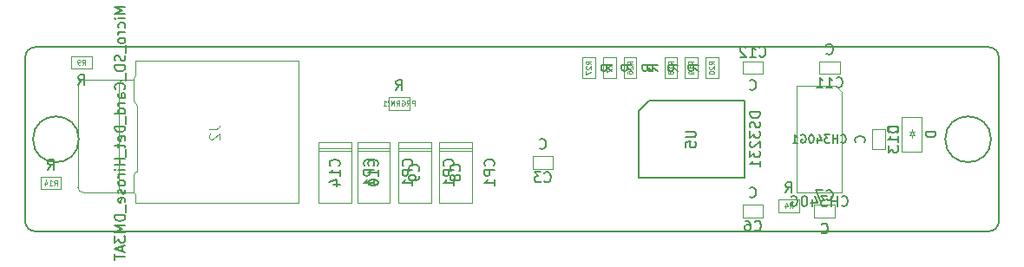
<source format=gbr>
%TF.GenerationSoftware,KiCad,Pcbnew,4.0.7*%
%TF.CreationDate,2018-01-21T21:44:22+02:00*%
%TF.ProjectId,OilMeteo_V2.0,4F696C4D6574656F5F56322E302E6B69,rev?*%
%TF.FileFunction,Other,Fab,Bot*%
%FSLAX46Y46*%
G04 Gerber Fmt 4.6, Leading zero omitted, Abs format (unit mm)*
G04 Created by KiCad (PCBNEW 4.0.7) date 01/21/18 21:44:22*
%MOMM*%
%LPD*%
G01*
G04 APERTURE LIST*
%ADD10C,0.150000*%
%ADD11C,0.100000*%
%ADD12C,0.075000*%
G04 APERTURE END LIST*
D10*
X100000000Y-35000000D02*
X193000000Y-35000000D01*
X99000000Y-52000000D02*
X99000000Y-36000000D01*
X193000000Y-53000000D02*
X100000000Y-53000000D01*
X194000000Y-36000000D02*
X194000000Y-52000000D01*
X194000000Y-36000000D02*
G75*
G03X193000000Y-35000000I-1000000J0D01*
G01*
X193000000Y-53000000D02*
G75*
G03X194000000Y-52000000I0J1000000D01*
G01*
X99000000Y-52000000D02*
G75*
G03X100000000Y-53000000I1000000J0D01*
G01*
X100000000Y-35000000D02*
G75*
G03X99000000Y-36000000I0J-1000000D01*
G01*
X104236068Y-44000000D02*
G75*
G03X104236068Y-44000000I-2236068J0D01*
G01*
X193236068Y-44000000D02*
G75*
G03X193236068Y-44000000I-2236068J0D01*
G01*
D11*
X148500000Y-45630000D02*
X148500000Y-46870000D01*
X150500000Y-45630000D02*
X148500000Y-45630000D01*
X150500000Y-46870000D02*
X150500000Y-45630000D01*
X148500000Y-46870000D02*
X150500000Y-46870000D01*
X169000000Y-50380000D02*
X169000000Y-51620000D01*
X171000000Y-50380000D02*
X169000000Y-50380000D01*
X171000000Y-51620000D02*
X171000000Y-50380000D01*
X169000000Y-51620000D02*
X171000000Y-51620000D01*
X178000000Y-51620000D02*
X178000000Y-50380000D01*
X176000000Y-51620000D02*
X178000000Y-51620000D01*
X176000000Y-50380000D02*
X176000000Y-51620000D01*
X178000000Y-50380000D02*
X176000000Y-50380000D01*
X139400000Y-44250000D02*
X142600000Y-44250000D01*
X142600000Y-44250000D02*
X142600000Y-50250000D01*
X142600000Y-50250000D02*
X139400000Y-50250000D01*
X139400000Y-50250000D02*
X139400000Y-44250000D01*
X139400000Y-44850000D02*
X142600000Y-44850000D01*
X139400000Y-45150000D02*
X142600000Y-45150000D01*
X135400000Y-44250000D02*
X138600000Y-44250000D01*
X138600000Y-44250000D02*
X138600000Y-50250000D01*
X138600000Y-50250000D02*
X135400000Y-50250000D01*
X135400000Y-50250000D02*
X135400000Y-44250000D01*
X135400000Y-44850000D02*
X138600000Y-44850000D01*
X135400000Y-45150000D02*
X138600000Y-45150000D01*
X131400000Y-44250000D02*
X134600000Y-44250000D01*
X134600000Y-44250000D02*
X134600000Y-50250000D01*
X134600000Y-50250000D02*
X131400000Y-50250000D01*
X131400000Y-50250000D02*
X131400000Y-44250000D01*
X131400000Y-44850000D02*
X134600000Y-44850000D01*
X131400000Y-45150000D02*
X134600000Y-45150000D01*
X176500000Y-36380000D02*
X176500000Y-37620000D01*
X178500000Y-36380000D02*
X176500000Y-36380000D01*
X178500000Y-37620000D02*
X178500000Y-36380000D01*
X176500000Y-37620000D02*
X178500000Y-37620000D01*
X171000000Y-37620000D02*
X171000000Y-36380000D01*
X169000000Y-37620000D02*
X171000000Y-37620000D01*
X169000000Y-36380000D02*
X169000000Y-37620000D01*
X171000000Y-36380000D02*
X169000000Y-36380000D01*
X181630000Y-45000000D02*
X182870000Y-45000000D01*
X181630000Y-43000000D02*
X181630000Y-45000000D01*
X182870000Y-43000000D02*
X181630000Y-43000000D01*
X182870000Y-45000000D02*
X182870000Y-43000000D01*
X127650000Y-44250000D02*
X130850000Y-44250000D01*
X130850000Y-44250000D02*
X130850000Y-50250000D01*
X130850000Y-50250000D02*
X127650000Y-50250000D01*
X127650000Y-50250000D02*
X127650000Y-44250000D01*
X127650000Y-44850000D02*
X130850000Y-44850000D01*
X127650000Y-45150000D02*
X130850000Y-45150000D01*
X178700000Y-39400000D02*
X178100000Y-38800000D01*
X178100000Y-38800000D02*
X174300000Y-38800000D01*
X174300000Y-38800000D02*
X174300000Y-49200000D01*
X174300000Y-49200000D02*
X178700000Y-49200000D01*
X178700000Y-49200000D02*
X178700000Y-39400000D01*
X185246000Y-43246000D02*
X185754000Y-43246000D01*
X185500000Y-43627000D02*
X185500000Y-43881000D01*
X185500000Y-43246000D02*
X185500000Y-42992000D01*
X185754000Y-43627000D02*
X185500000Y-43246000D01*
X185246000Y-43627000D02*
X185754000Y-43627000D01*
X185500000Y-43246000D02*
X185246000Y-43627000D01*
X186450000Y-41800000D02*
X184550000Y-41800000D01*
X186450000Y-45200000D02*
X186450000Y-41800000D01*
X184550000Y-45200000D02*
X186450000Y-45200000D01*
X184550000Y-41800000D02*
X184550000Y-45200000D01*
X109750000Y-47190000D02*
X109900000Y-47190000D01*
X109750000Y-49390000D02*
X109750000Y-50200000D01*
X109750000Y-37790000D02*
X109750000Y-36350000D01*
X109550000Y-47390000D02*
X109550000Y-49190000D01*
X109750000Y-47190000D02*
X109550000Y-47390000D01*
X109550000Y-49190000D02*
X109750000Y-49390000D01*
X109550000Y-40240000D02*
X109900000Y-40765000D01*
X109550000Y-37990000D02*
X109750000Y-37790000D01*
X109550000Y-37990000D02*
X109550000Y-40240000D01*
X109750000Y-50200000D02*
X125700000Y-50200000D01*
X109750000Y-36350000D02*
X125700000Y-36350000D01*
X125700000Y-36350000D02*
X125700000Y-50200000D01*
X109900000Y-40765000D02*
X109900000Y-47190000D01*
X108150000Y-38700000D02*
G75*
G02X108650000Y-38200000I500000J0D01*
G01*
X108650000Y-49200000D02*
G75*
G02X108150000Y-48700000I0J500000D01*
G01*
X108150000Y-48700000D02*
X108150000Y-38700000D01*
X104150000Y-48700000D02*
X104150000Y-38700000D01*
X104150000Y-38700000D02*
G75*
G02X104650000Y-38200000I500000J0D01*
G01*
X104650000Y-49200000D02*
G75*
G02X104150000Y-48700000I0J500000D01*
G01*
X104650000Y-38200000D02*
X109550000Y-38200000D01*
X109550000Y-49200000D02*
X104650000Y-49200000D01*
X134500000Y-39880000D02*
X134500000Y-41120000D01*
X136500000Y-39880000D02*
X134500000Y-39880000D01*
X136500000Y-41120000D02*
X136500000Y-39880000D01*
X134500000Y-41120000D02*
X136500000Y-41120000D01*
X172500000Y-49880000D02*
X172500000Y-51120000D01*
X174500000Y-49880000D02*
X172500000Y-49880000D01*
X174500000Y-51120000D02*
X174500000Y-49880000D01*
X172500000Y-51120000D02*
X174500000Y-51120000D01*
X156620000Y-36000000D02*
X155380000Y-36000000D01*
X156620000Y-38000000D02*
X156620000Y-36000000D01*
X155380000Y-38000000D02*
X156620000Y-38000000D01*
X155380000Y-36000000D02*
X155380000Y-38000000D01*
X105500000Y-37120000D02*
X105500000Y-35880000D01*
X103500000Y-37120000D02*
X105500000Y-37120000D01*
X103500000Y-35880000D02*
X103500000Y-37120000D01*
X105500000Y-35880000D02*
X103500000Y-35880000D01*
X100500000Y-47630000D02*
X100500000Y-48870000D01*
X102500000Y-47630000D02*
X100500000Y-47630000D01*
X102500000Y-48870000D02*
X102500000Y-47630000D01*
X100500000Y-48870000D02*
X102500000Y-48870000D01*
X161378660Y-38000180D02*
X162618660Y-38000180D01*
X161378660Y-36000180D02*
X161378660Y-38000180D01*
X162618660Y-36000180D02*
X161378660Y-36000180D01*
X162618660Y-38000180D02*
X162618660Y-36000180D01*
X163377640Y-38000180D02*
X164617640Y-38000180D01*
X163377640Y-36000180D02*
X163377640Y-38000180D01*
X164617640Y-36000180D02*
X163377640Y-36000180D01*
X164617640Y-38000180D02*
X164617640Y-36000180D01*
X165380000Y-38000000D02*
X166620000Y-38000000D01*
X165380000Y-36000000D02*
X165380000Y-38000000D01*
X166620000Y-36000000D02*
X165380000Y-36000000D01*
X166620000Y-38000000D02*
X166620000Y-36000000D01*
X158620000Y-36000000D02*
X157380000Y-36000000D01*
X158620000Y-38000000D02*
X158620000Y-36000000D01*
X157380000Y-38000000D02*
X158620000Y-38000000D01*
X157380000Y-36000000D02*
X157380000Y-38000000D01*
X154620000Y-36000000D02*
X153380000Y-36000000D01*
X154620000Y-38000000D02*
X154620000Y-36000000D01*
X153380000Y-38000000D02*
X154620000Y-38000000D01*
X153380000Y-36000000D02*
X153380000Y-38000000D01*
D10*
X158850000Y-41250000D02*
X158850000Y-47750000D01*
X158850000Y-47750000D02*
X169150000Y-47750000D01*
X169150000Y-47750000D02*
X169150000Y-40250000D01*
X169150000Y-40250000D02*
X159850000Y-40250000D01*
X159850000Y-40250000D02*
X158850000Y-41250000D01*
X149190476Y-44857143D02*
X149238095Y-44904762D01*
X149380952Y-44952381D01*
X149476190Y-44952381D01*
X149619048Y-44904762D01*
X149714286Y-44809524D01*
X149761905Y-44714286D01*
X149809524Y-44523810D01*
X149809524Y-44380952D01*
X149761905Y-44190476D01*
X149714286Y-44095238D01*
X149619048Y-44000000D01*
X149476190Y-43952381D01*
X149380952Y-43952381D01*
X149238095Y-44000000D01*
X149190476Y-44047619D01*
X149666666Y-48107143D02*
X149714285Y-48154762D01*
X149857142Y-48202381D01*
X149952380Y-48202381D01*
X150095238Y-48154762D01*
X150190476Y-48059524D01*
X150238095Y-47964286D01*
X150285714Y-47773810D01*
X150285714Y-47630952D01*
X150238095Y-47440476D01*
X150190476Y-47345238D01*
X150095238Y-47250000D01*
X149952380Y-47202381D01*
X149857142Y-47202381D01*
X149714285Y-47250000D01*
X149666666Y-47297619D01*
X149333333Y-47202381D02*
X148714285Y-47202381D01*
X149047619Y-47583333D01*
X148904761Y-47583333D01*
X148809523Y-47630952D01*
X148761904Y-47678571D01*
X148714285Y-47773810D01*
X148714285Y-48011905D01*
X148761904Y-48107143D01*
X148809523Y-48154762D01*
X148904761Y-48202381D01*
X149190476Y-48202381D01*
X149285714Y-48154762D01*
X149333333Y-48107143D01*
X169690476Y-49607143D02*
X169738095Y-49654762D01*
X169880952Y-49702381D01*
X169976190Y-49702381D01*
X170119048Y-49654762D01*
X170214286Y-49559524D01*
X170261905Y-49464286D01*
X170309524Y-49273810D01*
X170309524Y-49130952D01*
X170261905Y-48940476D01*
X170214286Y-48845238D01*
X170119048Y-48750000D01*
X169976190Y-48702381D01*
X169880952Y-48702381D01*
X169738095Y-48750000D01*
X169690476Y-48797619D01*
X170166666Y-52857143D02*
X170214285Y-52904762D01*
X170357142Y-52952381D01*
X170452380Y-52952381D01*
X170595238Y-52904762D01*
X170690476Y-52809524D01*
X170738095Y-52714286D01*
X170785714Y-52523810D01*
X170785714Y-52380952D01*
X170738095Y-52190476D01*
X170690476Y-52095238D01*
X170595238Y-52000000D01*
X170452380Y-51952381D01*
X170357142Y-51952381D01*
X170214285Y-52000000D01*
X170166666Y-52047619D01*
X169309523Y-51952381D02*
X169500000Y-51952381D01*
X169595238Y-52000000D01*
X169642857Y-52047619D01*
X169738095Y-52190476D01*
X169785714Y-52380952D01*
X169785714Y-52761905D01*
X169738095Y-52857143D01*
X169690476Y-52904762D01*
X169595238Y-52952381D01*
X169404761Y-52952381D01*
X169309523Y-52904762D01*
X169261904Y-52857143D01*
X169214285Y-52761905D01*
X169214285Y-52523810D01*
X169261904Y-52428571D01*
X169309523Y-52380952D01*
X169404761Y-52333333D01*
X169595238Y-52333333D01*
X169690476Y-52380952D01*
X169738095Y-52428571D01*
X169785714Y-52523810D01*
X176690476Y-53107143D02*
X176738095Y-53154762D01*
X176880952Y-53202381D01*
X176976190Y-53202381D01*
X177119048Y-53154762D01*
X177214286Y-53059524D01*
X177261905Y-52964286D01*
X177309524Y-52773810D01*
X177309524Y-52630952D01*
X177261905Y-52440476D01*
X177214286Y-52345238D01*
X177119048Y-52250000D01*
X176976190Y-52202381D01*
X176880952Y-52202381D01*
X176738095Y-52250000D01*
X176690476Y-52297619D01*
X177166666Y-49857143D02*
X177214285Y-49904762D01*
X177357142Y-49952381D01*
X177452380Y-49952381D01*
X177595238Y-49904762D01*
X177690476Y-49809524D01*
X177738095Y-49714286D01*
X177785714Y-49523810D01*
X177785714Y-49380952D01*
X177738095Y-49190476D01*
X177690476Y-49095238D01*
X177595238Y-49000000D01*
X177452380Y-48952381D01*
X177357142Y-48952381D01*
X177214285Y-49000000D01*
X177166666Y-49047619D01*
X176833333Y-48952381D02*
X176166666Y-48952381D01*
X176595238Y-49952381D01*
X144707143Y-46583334D02*
X144754762Y-46535715D01*
X144802381Y-46392858D01*
X144802381Y-46297620D01*
X144754762Y-46154762D01*
X144659524Y-46059524D01*
X144564286Y-46011905D01*
X144373810Y-45964286D01*
X144230952Y-45964286D01*
X144040476Y-46011905D01*
X143945238Y-46059524D01*
X143850000Y-46154762D01*
X143802381Y-46297620D01*
X143802381Y-46392858D01*
X143850000Y-46535715D01*
X143897619Y-46583334D01*
X144802381Y-47011905D02*
X143802381Y-47011905D01*
X143802381Y-47392858D01*
X143850000Y-47488096D01*
X143897619Y-47535715D01*
X143992857Y-47583334D01*
X144135714Y-47583334D01*
X144230952Y-47535715D01*
X144278571Y-47488096D01*
X144326190Y-47392858D01*
X144326190Y-47011905D01*
X144802381Y-48535715D02*
X144802381Y-47964286D01*
X144802381Y-48250000D02*
X143802381Y-48250000D01*
X143945238Y-48154762D01*
X144040476Y-48059524D01*
X144088095Y-47964286D01*
X141357143Y-47083334D02*
X141404762Y-47035715D01*
X141452381Y-46892858D01*
X141452381Y-46797620D01*
X141404762Y-46654762D01*
X141309524Y-46559524D01*
X141214286Y-46511905D01*
X141023810Y-46464286D01*
X140880952Y-46464286D01*
X140690476Y-46511905D01*
X140595238Y-46559524D01*
X140500000Y-46654762D01*
X140452381Y-46797620D01*
X140452381Y-46892858D01*
X140500000Y-47035715D01*
X140547619Y-47083334D01*
X140880952Y-47654762D02*
X140833333Y-47559524D01*
X140785714Y-47511905D01*
X140690476Y-47464286D01*
X140642857Y-47464286D01*
X140547619Y-47511905D01*
X140500000Y-47559524D01*
X140452381Y-47654762D01*
X140452381Y-47845239D01*
X140500000Y-47940477D01*
X140547619Y-47988096D01*
X140642857Y-48035715D01*
X140690476Y-48035715D01*
X140785714Y-47988096D01*
X140833333Y-47940477D01*
X140880952Y-47845239D01*
X140880952Y-47654762D01*
X140928571Y-47559524D01*
X140976190Y-47511905D01*
X141071429Y-47464286D01*
X141261905Y-47464286D01*
X141357143Y-47511905D01*
X141404762Y-47559524D01*
X141452381Y-47654762D01*
X141452381Y-47845239D01*
X141404762Y-47940477D01*
X141357143Y-47988096D01*
X141261905Y-48035715D01*
X141071429Y-48035715D01*
X140976190Y-47988096D01*
X140928571Y-47940477D01*
X140880952Y-47845239D01*
X140707143Y-46583334D02*
X140754762Y-46535715D01*
X140802381Y-46392858D01*
X140802381Y-46297620D01*
X140754762Y-46154762D01*
X140659524Y-46059524D01*
X140564286Y-46011905D01*
X140373810Y-45964286D01*
X140230952Y-45964286D01*
X140040476Y-46011905D01*
X139945238Y-46059524D01*
X139850000Y-46154762D01*
X139802381Y-46297620D01*
X139802381Y-46392858D01*
X139850000Y-46535715D01*
X139897619Y-46583334D01*
X140802381Y-47011905D02*
X139802381Y-47011905D01*
X139802381Y-47392858D01*
X139850000Y-47488096D01*
X139897619Y-47535715D01*
X139992857Y-47583334D01*
X140135714Y-47583334D01*
X140230952Y-47535715D01*
X140278571Y-47488096D01*
X140326190Y-47392858D01*
X140326190Y-47011905D01*
X140802381Y-48535715D02*
X140802381Y-47964286D01*
X140802381Y-48250000D02*
X139802381Y-48250000D01*
X139945238Y-48154762D01*
X140040476Y-48059524D01*
X140088095Y-47964286D01*
X137357143Y-47083334D02*
X137404762Y-47035715D01*
X137452381Y-46892858D01*
X137452381Y-46797620D01*
X137404762Y-46654762D01*
X137309524Y-46559524D01*
X137214286Y-46511905D01*
X137023810Y-46464286D01*
X136880952Y-46464286D01*
X136690476Y-46511905D01*
X136595238Y-46559524D01*
X136500000Y-46654762D01*
X136452381Y-46797620D01*
X136452381Y-46892858D01*
X136500000Y-47035715D01*
X136547619Y-47083334D01*
X137452381Y-47559524D02*
X137452381Y-47750000D01*
X137404762Y-47845239D01*
X137357143Y-47892858D01*
X137214286Y-47988096D01*
X137023810Y-48035715D01*
X136642857Y-48035715D01*
X136547619Y-47988096D01*
X136500000Y-47940477D01*
X136452381Y-47845239D01*
X136452381Y-47654762D01*
X136500000Y-47559524D01*
X136547619Y-47511905D01*
X136642857Y-47464286D01*
X136880952Y-47464286D01*
X136976190Y-47511905D01*
X137023810Y-47559524D01*
X137071429Y-47654762D01*
X137071429Y-47845239D01*
X137023810Y-47940477D01*
X136976190Y-47988096D01*
X136880952Y-48035715D01*
X136707143Y-46583334D02*
X136754762Y-46535715D01*
X136802381Y-46392858D01*
X136802381Y-46297620D01*
X136754762Y-46154762D01*
X136659524Y-46059524D01*
X136564286Y-46011905D01*
X136373810Y-45964286D01*
X136230952Y-45964286D01*
X136040476Y-46011905D01*
X135945238Y-46059524D01*
X135850000Y-46154762D01*
X135802381Y-46297620D01*
X135802381Y-46392858D01*
X135850000Y-46535715D01*
X135897619Y-46583334D01*
X136802381Y-47011905D02*
X135802381Y-47011905D01*
X135802381Y-47392858D01*
X135850000Y-47488096D01*
X135897619Y-47535715D01*
X135992857Y-47583334D01*
X136135714Y-47583334D01*
X136230952Y-47535715D01*
X136278571Y-47488096D01*
X136326190Y-47392858D01*
X136326190Y-47011905D01*
X136802381Y-48535715D02*
X136802381Y-47964286D01*
X136802381Y-48250000D02*
X135802381Y-48250000D01*
X135945238Y-48154762D01*
X136040476Y-48059524D01*
X136088095Y-47964286D01*
X133357143Y-46607143D02*
X133404762Y-46559524D01*
X133452381Y-46416667D01*
X133452381Y-46321429D01*
X133404762Y-46178571D01*
X133309524Y-46083333D01*
X133214286Y-46035714D01*
X133023810Y-45988095D01*
X132880952Y-45988095D01*
X132690476Y-46035714D01*
X132595238Y-46083333D01*
X132500000Y-46178571D01*
X132452381Y-46321429D01*
X132452381Y-46416667D01*
X132500000Y-46559524D01*
X132547619Y-46607143D01*
X133452381Y-47559524D02*
X133452381Y-46988095D01*
X133452381Y-47273809D02*
X132452381Y-47273809D01*
X132595238Y-47178571D01*
X132690476Y-47083333D01*
X132738095Y-46988095D01*
X132452381Y-48178571D02*
X132452381Y-48273810D01*
X132500000Y-48369048D01*
X132547619Y-48416667D01*
X132642857Y-48464286D01*
X132833333Y-48511905D01*
X133071429Y-48511905D01*
X133261905Y-48464286D01*
X133357143Y-48416667D01*
X133404762Y-48369048D01*
X133452381Y-48273810D01*
X133452381Y-48178571D01*
X133404762Y-48083333D01*
X133357143Y-48035714D01*
X133261905Y-47988095D01*
X133071429Y-47940476D01*
X132833333Y-47940476D01*
X132642857Y-47988095D01*
X132547619Y-48035714D01*
X132500000Y-48083333D01*
X132452381Y-48178571D01*
X177190476Y-35607143D02*
X177238095Y-35654762D01*
X177380952Y-35702381D01*
X177476190Y-35702381D01*
X177619048Y-35654762D01*
X177714286Y-35559524D01*
X177761905Y-35464286D01*
X177809524Y-35273810D01*
X177809524Y-35130952D01*
X177761905Y-34940476D01*
X177714286Y-34845238D01*
X177619048Y-34750000D01*
X177476190Y-34702381D01*
X177380952Y-34702381D01*
X177238095Y-34750000D01*
X177190476Y-34797619D01*
X178142857Y-38857143D02*
X178190476Y-38904762D01*
X178333333Y-38952381D01*
X178428571Y-38952381D01*
X178571429Y-38904762D01*
X178666667Y-38809524D01*
X178714286Y-38714286D01*
X178761905Y-38523810D01*
X178761905Y-38380952D01*
X178714286Y-38190476D01*
X178666667Y-38095238D01*
X178571429Y-38000000D01*
X178428571Y-37952381D01*
X178333333Y-37952381D01*
X178190476Y-38000000D01*
X178142857Y-38047619D01*
X177190476Y-38952381D02*
X177761905Y-38952381D01*
X177476191Y-38952381D02*
X177476191Y-37952381D01*
X177571429Y-38095238D01*
X177666667Y-38190476D01*
X177761905Y-38238095D01*
X176238095Y-38952381D02*
X176809524Y-38952381D01*
X176523810Y-38952381D02*
X176523810Y-37952381D01*
X176619048Y-38095238D01*
X176714286Y-38190476D01*
X176809524Y-38238095D01*
X169690476Y-39107143D02*
X169738095Y-39154762D01*
X169880952Y-39202381D01*
X169976190Y-39202381D01*
X170119048Y-39154762D01*
X170214286Y-39059524D01*
X170261905Y-38964286D01*
X170309524Y-38773810D01*
X170309524Y-38630952D01*
X170261905Y-38440476D01*
X170214286Y-38345238D01*
X170119048Y-38250000D01*
X169976190Y-38202381D01*
X169880952Y-38202381D01*
X169738095Y-38250000D01*
X169690476Y-38297619D01*
X170642857Y-35857143D02*
X170690476Y-35904762D01*
X170833333Y-35952381D01*
X170928571Y-35952381D01*
X171071429Y-35904762D01*
X171166667Y-35809524D01*
X171214286Y-35714286D01*
X171261905Y-35523810D01*
X171261905Y-35380952D01*
X171214286Y-35190476D01*
X171166667Y-35095238D01*
X171071429Y-35000000D01*
X170928571Y-34952381D01*
X170833333Y-34952381D01*
X170690476Y-35000000D01*
X170642857Y-35047619D01*
X169690476Y-35952381D02*
X170261905Y-35952381D01*
X169976191Y-35952381D02*
X169976191Y-34952381D01*
X170071429Y-35095238D01*
X170166667Y-35190476D01*
X170261905Y-35238095D01*
X169309524Y-35047619D02*
X169261905Y-35000000D01*
X169166667Y-34952381D01*
X168928571Y-34952381D01*
X168833333Y-35000000D01*
X168785714Y-35047619D01*
X168738095Y-35142857D01*
X168738095Y-35238095D01*
X168785714Y-35380952D01*
X169357143Y-35952381D01*
X168738095Y-35952381D01*
X180857143Y-44309524D02*
X180904762Y-44261905D01*
X180952381Y-44119048D01*
X180952381Y-44023810D01*
X180904762Y-43880952D01*
X180809524Y-43785714D01*
X180714286Y-43738095D01*
X180523810Y-43690476D01*
X180380952Y-43690476D01*
X180190476Y-43738095D01*
X180095238Y-43785714D01*
X180000000Y-43880952D01*
X179952381Y-44023810D01*
X179952381Y-44119048D01*
X180000000Y-44261905D01*
X180047619Y-44309524D01*
X184107143Y-43357143D02*
X184154762Y-43309524D01*
X184202381Y-43166667D01*
X184202381Y-43071429D01*
X184154762Y-42928571D01*
X184059524Y-42833333D01*
X183964286Y-42785714D01*
X183773810Y-42738095D01*
X183630952Y-42738095D01*
X183440476Y-42785714D01*
X183345238Y-42833333D01*
X183250000Y-42928571D01*
X183202381Y-43071429D01*
X183202381Y-43166667D01*
X183250000Y-43309524D01*
X183297619Y-43357143D01*
X184202381Y-44309524D02*
X184202381Y-43738095D01*
X184202381Y-44023809D02*
X183202381Y-44023809D01*
X183345238Y-43928571D01*
X183440476Y-43833333D01*
X183488095Y-43738095D01*
X183202381Y-44642857D02*
X183202381Y-45261905D01*
X183583333Y-44928571D01*
X183583333Y-45071429D01*
X183630952Y-45166667D01*
X183678571Y-45214286D01*
X183773810Y-45261905D01*
X184011905Y-45261905D01*
X184107143Y-45214286D01*
X184154762Y-45166667D01*
X184202381Y-45071429D01*
X184202381Y-44785714D01*
X184154762Y-44690476D01*
X184107143Y-44642857D01*
X132957143Y-46583334D02*
X133004762Y-46535715D01*
X133052381Y-46392858D01*
X133052381Y-46297620D01*
X133004762Y-46154762D01*
X132909524Y-46059524D01*
X132814286Y-46011905D01*
X132623810Y-45964286D01*
X132480952Y-45964286D01*
X132290476Y-46011905D01*
X132195238Y-46059524D01*
X132100000Y-46154762D01*
X132052381Y-46297620D01*
X132052381Y-46392858D01*
X132100000Y-46535715D01*
X132147619Y-46583334D01*
X133052381Y-47011905D02*
X132052381Y-47011905D01*
X132052381Y-47392858D01*
X132100000Y-47488096D01*
X132147619Y-47535715D01*
X132242857Y-47583334D01*
X132385714Y-47583334D01*
X132480952Y-47535715D01*
X132528571Y-47488096D01*
X132576190Y-47392858D01*
X132576190Y-47011905D01*
X133052381Y-48535715D02*
X133052381Y-47964286D01*
X133052381Y-48250000D02*
X132052381Y-48250000D01*
X132195238Y-48154762D01*
X132290476Y-48059524D01*
X132338095Y-47964286D01*
X129607143Y-46607143D02*
X129654762Y-46559524D01*
X129702381Y-46416667D01*
X129702381Y-46321429D01*
X129654762Y-46178571D01*
X129559524Y-46083333D01*
X129464286Y-46035714D01*
X129273810Y-45988095D01*
X129130952Y-45988095D01*
X128940476Y-46035714D01*
X128845238Y-46083333D01*
X128750000Y-46178571D01*
X128702381Y-46321429D01*
X128702381Y-46416667D01*
X128750000Y-46559524D01*
X128797619Y-46607143D01*
X129702381Y-47559524D02*
X129702381Y-46988095D01*
X129702381Y-47273809D02*
X128702381Y-47273809D01*
X128845238Y-47178571D01*
X128940476Y-47083333D01*
X128988095Y-46988095D01*
X129035714Y-48416667D02*
X129702381Y-48416667D01*
X128654762Y-48178571D02*
X129369048Y-47940476D01*
X129369048Y-48559524D01*
X178642857Y-50457143D02*
X178690476Y-50504762D01*
X178833333Y-50552381D01*
X178928571Y-50552381D01*
X179071429Y-50504762D01*
X179166667Y-50409524D01*
X179214286Y-50314286D01*
X179261905Y-50123810D01*
X179261905Y-49980952D01*
X179214286Y-49790476D01*
X179166667Y-49695238D01*
X179071429Y-49600000D01*
X178928571Y-49552381D01*
X178833333Y-49552381D01*
X178690476Y-49600000D01*
X178642857Y-49647619D01*
X178214286Y-50552381D02*
X178214286Y-49552381D01*
X178214286Y-50028571D02*
X177642857Y-50028571D01*
X177642857Y-50552381D02*
X177642857Y-49552381D01*
X177261905Y-49552381D02*
X176642857Y-49552381D01*
X176976191Y-49933333D01*
X176833333Y-49933333D01*
X176738095Y-49980952D01*
X176690476Y-50028571D01*
X176642857Y-50123810D01*
X176642857Y-50361905D01*
X176690476Y-50457143D01*
X176738095Y-50504762D01*
X176833333Y-50552381D01*
X177119048Y-50552381D01*
X177214286Y-50504762D01*
X177261905Y-50457143D01*
X175785714Y-49885714D02*
X175785714Y-50552381D01*
X176023810Y-49504762D02*
X176261905Y-50219048D01*
X175642857Y-50219048D01*
X175071429Y-49552381D02*
X174976190Y-49552381D01*
X174880952Y-49600000D01*
X174833333Y-49647619D01*
X174785714Y-49742857D01*
X174738095Y-49933333D01*
X174738095Y-50171429D01*
X174785714Y-50361905D01*
X174833333Y-50457143D01*
X174880952Y-50504762D01*
X174976190Y-50552381D01*
X175071429Y-50552381D01*
X175166667Y-50504762D01*
X175214286Y-50457143D01*
X175261905Y-50361905D01*
X175309524Y-50171429D01*
X175309524Y-49933333D01*
X175261905Y-49742857D01*
X175214286Y-49647619D01*
X175166667Y-49600000D01*
X175071429Y-49552381D01*
X173785714Y-49600000D02*
X173880952Y-49552381D01*
X174023809Y-49552381D01*
X174166667Y-49600000D01*
X174261905Y-49695238D01*
X174309524Y-49790476D01*
X174357143Y-49980952D01*
X174357143Y-50123810D01*
X174309524Y-50314286D01*
X174261905Y-50409524D01*
X174166667Y-50504762D01*
X174023809Y-50552381D01*
X173928571Y-50552381D01*
X173785714Y-50504762D01*
X173738095Y-50457143D01*
X173738095Y-50123810D01*
X173928571Y-50123810D01*
X178595238Y-44285714D02*
X178633333Y-44323810D01*
X178747619Y-44361905D01*
X178823809Y-44361905D01*
X178938095Y-44323810D01*
X179014286Y-44247619D01*
X179052381Y-44171429D01*
X179090476Y-44019048D01*
X179090476Y-43904762D01*
X179052381Y-43752381D01*
X179014286Y-43676190D01*
X178938095Y-43600000D01*
X178823809Y-43561905D01*
X178747619Y-43561905D01*
X178633333Y-43600000D01*
X178595238Y-43638095D01*
X178252381Y-44361905D02*
X178252381Y-43561905D01*
X178252381Y-43942857D02*
X177795238Y-43942857D01*
X177795238Y-44361905D02*
X177795238Y-43561905D01*
X177490476Y-43561905D02*
X176995238Y-43561905D01*
X177261905Y-43866667D01*
X177147619Y-43866667D01*
X177071429Y-43904762D01*
X177033333Y-43942857D01*
X176995238Y-44019048D01*
X176995238Y-44209524D01*
X177033333Y-44285714D01*
X177071429Y-44323810D01*
X177147619Y-44361905D01*
X177376191Y-44361905D01*
X177452381Y-44323810D01*
X177490476Y-44285714D01*
X176309524Y-43828571D02*
X176309524Y-44361905D01*
X176500000Y-43523810D02*
X176690476Y-44095238D01*
X176195238Y-44095238D01*
X175738095Y-43561905D02*
X175661904Y-43561905D01*
X175585714Y-43600000D01*
X175547619Y-43638095D01*
X175509523Y-43714286D01*
X175471428Y-43866667D01*
X175471428Y-44057143D01*
X175509523Y-44209524D01*
X175547619Y-44285714D01*
X175585714Y-44323810D01*
X175661904Y-44361905D01*
X175738095Y-44361905D01*
X175814285Y-44323810D01*
X175852381Y-44285714D01*
X175890476Y-44209524D01*
X175928571Y-44057143D01*
X175928571Y-43866667D01*
X175890476Y-43714286D01*
X175852381Y-43638095D01*
X175814285Y-43600000D01*
X175738095Y-43561905D01*
X174709523Y-43600000D02*
X174785714Y-43561905D01*
X174899999Y-43561905D01*
X175014285Y-43600000D01*
X175090476Y-43676190D01*
X175128571Y-43752381D01*
X175166666Y-43904762D01*
X175166666Y-44019048D01*
X175128571Y-44171429D01*
X175090476Y-44247619D01*
X175014285Y-44323810D01*
X174899999Y-44361905D01*
X174823809Y-44361905D01*
X174709523Y-44323810D01*
X174671428Y-44285714D01*
X174671428Y-44019048D01*
X174823809Y-44019048D01*
X173909523Y-44361905D02*
X174366666Y-44361905D01*
X174138095Y-44361905D02*
X174138095Y-43561905D01*
X174214285Y-43676190D01*
X174290476Y-43752381D01*
X174366666Y-43790476D01*
X187852381Y-43238095D02*
X186852381Y-43238095D01*
X186852381Y-43476190D01*
X186900000Y-43619048D01*
X186995238Y-43714286D01*
X187090476Y-43761905D01*
X187280952Y-43809524D01*
X187423810Y-43809524D01*
X187614286Y-43761905D01*
X187709524Y-43714286D01*
X187804762Y-43619048D01*
X187852381Y-43476190D01*
X187852381Y-43238095D01*
X184152381Y-42761905D02*
X183152381Y-42761905D01*
X183152381Y-43000000D01*
X183200000Y-43142858D01*
X183295238Y-43238096D01*
X183390476Y-43285715D01*
X183580952Y-43333334D01*
X183723810Y-43333334D01*
X183914286Y-43285715D01*
X184009524Y-43238096D01*
X184104762Y-43142858D01*
X184152381Y-43000000D01*
X184152381Y-42761905D01*
X184152381Y-44285715D02*
X184152381Y-43714286D01*
X184152381Y-44000000D02*
X183152381Y-44000000D01*
X183295238Y-43904762D01*
X183390476Y-43809524D01*
X183438095Y-43714286D01*
X108752381Y-31064284D02*
X107752381Y-31064284D01*
X108466667Y-31397618D01*
X107752381Y-31730951D01*
X108752381Y-31730951D01*
X108752381Y-32207141D02*
X108085714Y-32207141D01*
X107752381Y-32207141D02*
X107800000Y-32159522D01*
X107847619Y-32207141D01*
X107800000Y-32254760D01*
X107752381Y-32207141D01*
X107847619Y-32207141D01*
X108704762Y-33111903D02*
X108752381Y-33016665D01*
X108752381Y-32826188D01*
X108704762Y-32730950D01*
X108657143Y-32683331D01*
X108561905Y-32635712D01*
X108276190Y-32635712D01*
X108180952Y-32683331D01*
X108133333Y-32730950D01*
X108085714Y-32826188D01*
X108085714Y-33016665D01*
X108133333Y-33111903D01*
X108752381Y-33540474D02*
X108085714Y-33540474D01*
X108276190Y-33540474D02*
X108180952Y-33588093D01*
X108133333Y-33635712D01*
X108085714Y-33730950D01*
X108085714Y-33826189D01*
X108752381Y-34302379D02*
X108704762Y-34207141D01*
X108657143Y-34159522D01*
X108561905Y-34111903D01*
X108276190Y-34111903D01*
X108180952Y-34159522D01*
X108133333Y-34207141D01*
X108085714Y-34302379D01*
X108085714Y-34445237D01*
X108133333Y-34540475D01*
X108180952Y-34588094D01*
X108276190Y-34635713D01*
X108561905Y-34635713D01*
X108657143Y-34588094D01*
X108704762Y-34540475D01*
X108752381Y-34445237D01*
X108752381Y-34302379D01*
X108847619Y-34826189D02*
X108847619Y-35588094D01*
X108704762Y-35778570D02*
X108752381Y-35921427D01*
X108752381Y-36159523D01*
X108704762Y-36254761D01*
X108657143Y-36302380D01*
X108561905Y-36349999D01*
X108466667Y-36349999D01*
X108371429Y-36302380D01*
X108323810Y-36254761D01*
X108276190Y-36159523D01*
X108228571Y-35969046D01*
X108180952Y-35873808D01*
X108133333Y-35826189D01*
X108038095Y-35778570D01*
X107942857Y-35778570D01*
X107847619Y-35826189D01*
X107800000Y-35873808D01*
X107752381Y-35969046D01*
X107752381Y-36207142D01*
X107800000Y-36349999D01*
X108752381Y-36778570D02*
X107752381Y-36778570D01*
X107752381Y-37016665D01*
X107800000Y-37159523D01*
X107895238Y-37254761D01*
X107990476Y-37302380D01*
X108180952Y-37349999D01*
X108323810Y-37349999D01*
X108514286Y-37302380D01*
X108609524Y-37254761D01*
X108704762Y-37159523D01*
X108752381Y-37016665D01*
X108752381Y-36778570D01*
X108847619Y-37540475D02*
X108847619Y-38302380D01*
X108657143Y-39111904D02*
X108704762Y-39064285D01*
X108752381Y-38921428D01*
X108752381Y-38826190D01*
X108704762Y-38683332D01*
X108609524Y-38588094D01*
X108514286Y-38540475D01*
X108323810Y-38492856D01*
X108180952Y-38492856D01*
X107990476Y-38540475D01*
X107895238Y-38588094D01*
X107800000Y-38683332D01*
X107752381Y-38826190D01*
X107752381Y-38921428D01*
X107800000Y-39064285D01*
X107847619Y-39111904D01*
X108752381Y-39969047D02*
X108228571Y-39969047D01*
X108133333Y-39921428D01*
X108085714Y-39826190D01*
X108085714Y-39635713D01*
X108133333Y-39540475D01*
X108704762Y-39969047D02*
X108752381Y-39873809D01*
X108752381Y-39635713D01*
X108704762Y-39540475D01*
X108609524Y-39492856D01*
X108514286Y-39492856D01*
X108419048Y-39540475D01*
X108371429Y-39635713D01*
X108371429Y-39873809D01*
X108323810Y-39969047D01*
X108752381Y-40445237D02*
X108085714Y-40445237D01*
X108276190Y-40445237D02*
X108180952Y-40492856D01*
X108133333Y-40540475D01*
X108085714Y-40635713D01*
X108085714Y-40730952D01*
X108752381Y-41492857D02*
X107752381Y-41492857D01*
X108704762Y-41492857D02*
X108752381Y-41397619D01*
X108752381Y-41207142D01*
X108704762Y-41111904D01*
X108657143Y-41064285D01*
X108561905Y-41016666D01*
X108276190Y-41016666D01*
X108180952Y-41064285D01*
X108133333Y-41111904D01*
X108085714Y-41207142D01*
X108085714Y-41397619D01*
X108133333Y-41492857D01*
X108847619Y-41730952D02*
X108847619Y-42492857D01*
X108752381Y-42730952D02*
X107752381Y-42730952D01*
X107752381Y-42969047D01*
X107800000Y-43111905D01*
X107895238Y-43207143D01*
X107990476Y-43254762D01*
X108180952Y-43302381D01*
X108323810Y-43302381D01*
X108514286Y-43254762D01*
X108609524Y-43207143D01*
X108704762Y-43111905D01*
X108752381Y-42969047D01*
X108752381Y-42730952D01*
X108704762Y-44111905D02*
X108752381Y-44016667D01*
X108752381Y-43826190D01*
X108704762Y-43730952D01*
X108609524Y-43683333D01*
X108228571Y-43683333D01*
X108133333Y-43730952D01*
X108085714Y-43826190D01*
X108085714Y-44016667D01*
X108133333Y-44111905D01*
X108228571Y-44159524D01*
X108323810Y-44159524D01*
X108419048Y-43683333D01*
X108085714Y-44445238D02*
X108085714Y-44826190D01*
X107752381Y-44588095D02*
X108609524Y-44588095D01*
X108704762Y-44635714D01*
X108752381Y-44730952D01*
X108752381Y-44826190D01*
X108847619Y-44921429D02*
X108847619Y-45683334D01*
X108752381Y-45921429D02*
X107752381Y-45921429D01*
X108228571Y-45921429D02*
X108228571Y-46492858D01*
X108752381Y-46492858D02*
X107752381Y-46492858D01*
X108752381Y-46969048D02*
X108085714Y-46969048D01*
X107752381Y-46969048D02*
X107800000Y-46921429D01*
X107847619Y-46969048D01*
X107800000Y-47016667D01*
X107752381Y-46969048D01*
X107847619Y-46969048D01*
X108752381Y-47445238D02*
X108085714Y-47445238D01*
X108276190Y-47445238D02*
X108180952Y-47492857D01*
X108133333Y-47540476D01*
X108085714Y-47635714D01*
X108085714Y-47730953D01*
X108752381Y-48207143D02*
X108704762Y-48111905D01*
X108657143Y-48064286D01*
X108561905Y-48016667D01*
X108276190Y-48016667D01*
X108180952Y-48064286D01*
X108133333Y-48111905D01*
X108085714Y-48207143D01*
X108085714Y-48350001D01*
X108133333Y-48445239D01*
X108180952Y-48492858D01*
X108276190Y-48540477D01*
X108561905Y-48540477D01*
X108657143Y-48492858D01*
X108704762Y-48445239D01*
X108752381Y-48350001D01*
X108752381Y-48207143D01*
X108704762Y-48921429D02*
X108752381Y-49016667D01*
X108752381Y-49207143D01*
X108704762Y-49302382D01*
X108609524Y-49350001D01*
X108561905Y-49350001D01*
X108466667Y-49302382D01*
X108419048Y-49207143D01*
X108419048Y-49064286D01*
X108371429Y-48969048D01*
X108276190Y-48921429D01*
X108228571Y-48921429D01*
X108133333Y-48969048D01*
X108085714Y-49064286D01*
X108085714Y-49207143D01*
X108133333Y-49302382D01*
X108704762Y-50159525D02*
X108752381Y-50064287D01*
X108752381Y-49873810D01*
X108704762Y-49778572D01*
X108609524Y-49730953D01*
X108228571Y-49730953D01*
X108133333Y-49778572D01*
X108085714Y-49873810D01*
X108085714Y-50064287D01*
X108133333Y-50159525D01*
X108228571Y-50207144D01*
X108323810Y-50207144D01*
X108419048Y-49730953D01*
X108847619Y-50397620D02*
X108847619Y-51159525D01*
X108752381Y-51397620D02*
X107752381Y-51397620D01*
X107752381Y-51635715D01*
X107800000Y-51778573D01*
X107895238Y-51873811D01*
X107990476Y-51921430D01*
X108180952Y-51969049D01*
X108323810Y-51969049D01*
X108514286Y-51921430D01*
X108609524Y-51873811D01*
X108704762Y-51778573D01*
X108752381Y-51635715D01*
X108752381Y-51397620D01*
X108752381Y-52397620D02*
X107752381Y-52397620D01*
X108466667Y-52730954D01*
X107752381Y-53064287D01*
X108752381Y-53064287D01*
X107752381Y-53445239D02*
X107752381Y-54064287D01*
X108133333Y-53730953D01*
X108133333Y-53873811D01*
X108180952Y-53969049D01*
X108228571Y-54016668D01*
X108323810Y-54064287D01*
X108561905Y-54064287D01*
X108657143Y-54016668D01*
X108704762Y-53969049D01*
X108752381Y-53873811D01*
X108752381Y-53588096D01*
X108704762Y-53492858D01*
X108657143Y-53445239D01*
X108466667Y-54445239D02*
X108466667Y-54921430D01*
X108752381Y-54350001D02*
X107752381Y-54683334D01*
X108752381Y-55016668D01*
X107752381Y-55207144D02*
X107752381Y-55778573D01*
X108752381Y-55492858D02*
X107752381Y-55492858D01*
D11*
X116952381Y-43016667D02*
X117666667Y-43016667D01*
X117809524Y-42969047D01*
X117904762Y-42873809D01*
X117952381Y-42730952D01*
X117952381Y-42635714D01*
X117047619Y-43445238D02*
X117000000Y-43492857D01*
X116952381Y-43588095D01*
X116952381Y-43826191D01*
X117000000Y-43921429D01*
X117047619Y-43969048D01*
X117142857Y-44016667D01*
X117238095Y-44016667D01*
X117380952Y-43969048D01*
X117952381Y-43397619D01*
X117952381Y-44016667D01*
D10*
X135190476Y-39202381D02*
X135523810Y-38726190D01*
X135761905Y-39202381D02*
X135761905Y-38202381D01*
X135380952Y-38202381D01*
X135285714Y-38250000D01*
X135238095Y-38297619D01*
X135190476Y-38392857D01*
X135190476Y-38535714D01*
X135238095Y-38630952D01*
X135285714Y-38678571D01*
X135380952Y-38726190D01*
X135761905Y-38726190D01*
D12*
X137023809Y-40726190D02*
X137023809Y-40226190D01*
X136833333Y-40226190D01*
X136785714Y-40250000D01*
X136761905Y-40273810D01*
X136738095Y-40321429D01*
X136738095Y-40392857D01*
X136761905Y-40440476D01*
X136785714Y-40464286D01*
X136833333Y-40488095D01*
X137023809Y-40488095D01*
X136238095Y-40726190D02*
X136404762Y-40488095D01*
X136523809Y-40726190D02*
X136523809Y-40226190D01*
X136333333Y-40226190D01*
X136285714Y-40250000D01*
X136261905Y-40273810D01*
X136238095Y-40321429D01*
X136238095Y-40392857D01*
X136261905Y-40440476D01*
X136285714Y-40464286D01*
X136333333Y-40488095D01*
X136523809Y-40488095D01*
X135761905Y-40250000D02*
X135809524Y-40226190D01*
X135880952Y-40226190D01*
X135952381Y-40250000D01*
X136000000Y-40297619D01*
X136023809Y-40345238D01*
X136047619Y-40440476D01*
X136047619Y-40511905D01*
X136023809Y-40607143D01*
X136000000Y-40654762D01*
X135952381Y-40702381D01*
X135880952Y-40726190D01*
X135833333Y-40726190D01*
X135761905Y-40702381D01*
X135738095Y-40678571D01*
X135738095Y-40511905D01*
X135833333Y-40511905D01*
X135238095Y-40726190D02*
X135404762Y-40488095D01*
X135523809Y-40726190D02*
X135523809Y-40226190D01*
X135333333Y-40226190D01*
X135285714Y-40250000D01*
X135261905Y-40273810D01*
X135238095Y-40321429D01*
X135238095Y-40392857D01*
X135261905Y-40440476D01*
X135285714Y-40464286D01*
X135333333Y-40488095D01*
X135523809Y-40488095D01*
X135023809Y-40726190D02*
X135023809Y-40226190D01*
X134857143Y-40583333D01*
X134690476Y-40226190D01*
X134690476Y-40726190D01*
X134452380Y-40678571D02*
X134428571Y-40702381D01*
X134452380Y-40726190D01*
X134476190Y-40702381D01*
X134452380Y-40678571D01*
X134452380Y-40726190D01*
X134452380Y-40535714D02*
X134476190Y-40250000D01*
X134452380Y-40226190D01*
X134428571Y-40250000D01*
X134452380Y-40535714D01*
X134452380Y-40226190D01*
X133952381Y-40726190D02*
X134238095Y-40726190D01*
X134095238Y-40726190D02*
X134095238Y-40226190D01*
X134142857Y-40297619D01*
X134190476Y-40345238D01*
X134238095Y-40369048D01*
D10*
X173190476Y-49202381D02*
X173523810Y-48726190D01*
X173761905Y-49202381D02*
X173761905Y-48202381D01*
X173380952Y-48202381D01*
X173285714Y-48250000D01*
X173238095Y-48297619D01*
X173190476Y-48392857D01*
X173190476Y-48535714D01*
X173238095Y-48630952D01*
X173285714Y-48678571D01*
X173380952Y-48726190D01*
X173761905Y-48726190D01*
D12*
X173583333Y-50726190D02*
X173750000Y-50488095D01*
X173869047Y-50726190D02*
X173869047Y-50226190D01*
X173678571Y-50226190D01*
X173630952Y-50250000D01*
X173607143Y-50273810D01*
X173583333Y-50321429D01*
X173583333Y-50392857D01*
X173607143Y-50440476D01*
X173630952Y-50464286D01*
X173678571Y-50488095D01*
X173869047Y-50488095D01*
X173154762Y-50392857D02*
X173154762Y-50726190D01*
X173273809Y-50202381D02*
X173392857Y-50559524D01*
X173083333Y-50559524D01*
D10*
X158202381Y-37309524D02*
X157726190Y-36976190D01*
X158202381Y-36738095D02*
X157202381Y-36738095D01*
X157202381Y-37119048D01*
X157250000Y-37214286D01*
X157297619Y-37261905D01*
X157392857Y-37309524D01*
X157535714Y-37309524D01*
X157630952Y-37261905D01*
X157678571Y-37214286D01*
X157726190Y-37119048D01*
X157726190Y-36738095D01*
D12*
X156226190Y-36916667D02*
X155988095Y-36750000D01*
X156226190Y-36630953D02*
X155726190Y-36630953D01*
X155726190Y-36821429D01*
X155750000Y-36869048D01*
X155773810Y-36892857D01*
X155821429Y-36916667D01*
X155892857Y-36916667D01*
X155940476Y-36892857D01*
X155964286Y-36869048D01*
X155988095Y-36821429D01*
X155988095Y-36630953D01*
X155726190Y-37083334D02*
X155726190Y-37416667D01*
X156226190Y-37202381D01*
D10*
X104190476Y-38702381D02*
X104523810Y-38226190D01*
X104761905Y-38702381D02*
X104761905Y-37702381D01*
X104380952Y-37702381D01*
X104285714Y-37750000D01*
X104238095Y-37797619D01*
X104190476Y-37892857D01*
X104190476Y-38035714D01*
X104238095Y-38130952D01*
X104285714Y-38178571D01*
X104380952Y-38226190D01*
X104761905Y-38226190D01*
D12*
X104583333Y-36726190D02*
X104750000Y-36488095D01*
X104869047Y-36726190D02*
X104869047Y-36226190D01*
X104678571Y-36226190D01*
X104630952Y-36250000D01*
X104607143Y-36273810D01*
X104583333Y-36321429D01*
X104583333Y-36392857D01*
X104607143Y-36440476D01*
X104630952Y-36464286D01*
X104678571Y-36488095D01*
X104869047Y-36488095D01*
X104345238Y-36726190D02*
X104250000Y-36726190D01*
X104202381Y-36702381D01*
X104178571Y-36678571D01*
X104130952Y-36607143D01*
X104107143Y-36511905D01*
X104107143Y-36321429D01*
X104130952Y-36273810D01*
X104154762Y-36250000D01*
X104202381Y-36226190D01*
X104297619Y-36226190D01*
X104345238Y-36250000D01*
X104369047Y-36273810D01*
X104392857Y-36321429D01*
X104392857Y-36440476D01*
X104369047Y-36488095D01*
X104345238Y-36511905D01*
X104297619Y-36535714D01*
X104202381Y-36535714D01*
X104154762Y-36511905D01*
X104130952Y-36488095D01*
X104107143Y-36440476D01*
D10*
X101190476Y-46952381D02*
X101523810Y-46476190D01*
X101761905Y-46952381D02*
X101761905Y-45952381D01*
X101380952Y-45952381D01*
X101285714Y-46000000D01*
X101238095Y-46047619D01*
X101190476Y-46142857D01*
X101190476Y-46285714D01*
X101238095Y-46380952D01*
X101285714Y-46428571D01*
X101380952Y-46476190D01*
X101761905Y-46476190D01*
D12*
X101821428Y-48476190D02*
X101988095Y-48238095D01*
X102107142Y-48476190D02*
X102107142Y-47976190D01*
X101916666Y-47976190D01*
X101869047Y-48000000D01*
X101845238Y-48023810D01*
X101821428Y-48071429D01*
X101821428Y-48142857D01*
X101845238Y-48190476D01*
X101869047Y-48214286D01*
X101916666Y-48238095D01*
X102107142Y-48238095D01*
X101345238Y-48476190D02*
X101630952Y-48476190D01*
X101488095Y-48476190D02*
X101488095Y-47976190D01*
X101535714Y-48047619D01*
X101583333Y-48095238D01*
X101630952Y-48119048D01*
X100916667Y-48142857D02*
X100916667Y-48476190D01*
X101035714Y-47952381D02*
X101154762Y-48309524D01*
X100845238Y-48309524D01*
D10*
X160701041Y-37309704D02*
X160224850Y-36976370D01*
X160701041Y-36738275D02*
X159701041Y-36738275D01*
X159701041Y-37119228D01*
X159748660Y-37214466D01*
X159796279Y-37262085D01*
X159891517Y-37309704D01*
X160034374Y-37309704D01*
X160129612Y-37262085D01*
X160177231Y-37214466D01*
X160224850Y-37119228D01*
X160224850Y-36738275D01*
D12*
X162224850Y-36678752D02*
X161986755Y-36512085D01*
X162224850Y-36393038D02*
X161724850Y-36393038D01*
X161724850Y-36583514D01*
X161748660Y-36631133D01*
X161772470Y-36654942D01*
X161820089Y-36678752D01*
X161891517Y-36678752D01*
X161939136Y-36654942D01*
X161962946Y-36631133D01*
X161986755Y-36583514D01*
X161986755Y-36393038D01*
X162224850Y-37154942D02*
X162224850Y-36869228D01*
X162224850Y-37012085D02*
X161724850Y-37012085D01*
X161796279Y-36964466D01*
X161843898Y-36916847D01*
X161867708Y-36869228D01*
X161939136Y-37440656D02*
X161915327Y-37393037D01*
X161891517Y-37369228D01*
X161843898Y-37345418D01*
X161820089Y-37345418D01*
X161772470Y-37369228D01*
X161748660Y-37393037D01*
X161724850Y-37440656D01*
X161724850Y-37535894D01*
X161748660Y-37583513D01*
X161772470Y-37607323D01*
X161820089Y-37631132D01*
X161843898Y-37631132D01*
X161891517Y-37607323D01*
X161915327Y-37583513D01*
X161939136Y-37535894D01*
X161939136Y-37440656D01*
X161962946Y-37393037D01*
X161986755Y-37369228D01*
X162034374Y-37345418D01*
X162129612Y-37345418D01*
X162177231Y-37369228D01*
X162201041Y-37393037D01*
X162224850Y-37440656D01*
X162224850Y-37535894D01*
X162201041Y-37583513D01*
X162177231Y-37607323D01*
X162129612Y-37631132D01*
X162034374Y-37631132D01*
X161986755Y-37607323D01*
X161962946Y-37583513D01*
X161939136Y-37535894D01*
D10*
X162700021Y-37309704D02*
X162223830Y-36976370D01*
X162700021Y-36738275D02*
X161700021Y-36738275D01*
X161700021Y-37119228D01*
X161747640Y-37214466D01*
X161795259Y-37262085D01*
X161890497Y-37309704D01*
X162033354Y-37309704D01*
X162128592Y-37262085D01*
X162176211Y-37214466D01*
X162223830Y-37119228D01*
X162223830Y-36738275D01*
D12*
X164223830Y-36678752D02*
X163985735Y-36512085D01*
X164223830Y-36393038D02*
X163723830Y-36393038D01*
X163723830Y-36583514D01*
X163747640Y-36631133D01*
X163771450Y-36654942D01*
X163819069Y-36678752D01*
X163890497Y-36678752D01*
X163938116Y-36654942D01*
X163961926Y-36631133D01*
X163985735Y-36583514D01*
X163985735Y-36393038D01*
X164223830Y-37154942D02*
X164223830Y-36869228D01*
X164223830Y-37012085D02*
X163723830Y-37012085D01*
X163795259Y-36964466D01*
X163842878Y-36916847D01*
X163866688Y-36869228D01*
X164223830Y-37393037D02*
X164223830Y-37488275D01*
X164200021Y-37535894D01*
X164176211Y-37559704D01*
X164104783Y-37607323D01*
X164009545Y-37631132D01*
X163819069Y-37631132D01*
X163771450Y-37607323D01*
X163747640Y-37583513D01*
X163723830Y-37535894D01*
X163723830Y-37440656D01*
X163747640Y-37393037D01*
X163771450Y-37369228D01*
X163819069Y-37345418D01*
X163938116Y-37345418D01*
X163985735Y-37369228D01*
X164009545Y-37393037D01*
X164033354Y-37440656D01*
X164033354Y-37535894D01*
X164009545Y-37583513D01*
X163985735Y-37607323D01*
X163938116Y-37631132D01*
D10*
X164702381Y-37309524D02*
X164226190Y-36976190D01*
X164702381Y-36738095D02*
X163702381Y-36738095D01*
X163702381Y-37119048D01*
X163750000Y-37214286D01*
X163797619Y-37261905D01*
X163892857Y-37309524D01*
X164035714Y-37309524D01*
X164130952Y-37261905D01*
X164178571Y-37214286D01*
X164226190Y-37119048D01*
X164226190Y-36738095D01*
D12*
X166226190Y-36678572D02*
X165988095Y-36511905D01*
X166226190Y-36392858D02*
X165726190Y-36392858D01*
X165726190Y-36583334D01*
X165750000Y-36630953D01*
X165773810Y-36654762D01*
X165821429Y-36678572D01*
X165892857Y-36678572D01*
X165940476Y-36654762D01*
X165964286Y-36630953D01*
X165988095Y-36583334D01*
X165988095Y-36392858D01*
X165773810Y-36869048D02*
X165750000Y-36892858D01*
X165726190Y-36940477D01*
X165726190Y-37059524D01*
X165750000Y-37107143D01*
X165773810Y-37130953D01*
X165821429Y-37154762D01*
X165869048Y-37154762D01*
X165940476Y-37130953D01*
X166226190Y-36845239D01*
X166226190Y-37154762D01*
X165726190Y-37464286D02*
X165726190Y-37511905D01*
X165750000Y-37559524D01*
X165773810Y-37583333D01*
X165821429Y-37607143D01*
X165916667Y-37630952D01*
X166035714Y-37630952D01*
X166130952Y-37607143D01*
X166178571Y-37583333D01*
X166202381Y-37559524D01*
X166226190Y-37511905D01*
X166226190Y-37464286D01*
X166202381Y-37416667D01*
X166178571Y-37392857D01*
X166130952Y-37369048D01*
X166035714Y-37345238D01*
X165916667Y-37345238D01*
X165821429Y-37369048D01*
X165773810Y-37392857D01*
X165750000Y-37416667D01*
X165726190Y-37464286D01*
D10*
X160202381Y-37309524D02*
X159726190Y-36976190D01*
X160202381Y-36738095D02*
X159202381Y-36738095D01*
X159202381Y-37119048D01*
X159250000Y-37214286D01*
X159297619Y-37261905D01*
X159392857Y-37309524D01*
X159535714Y-37309524D01*
X159630952Y-37261905D01*
X159678571Y-37214286D01*
X159726190Y-37119048D01*
X159726190Y-36738095D01*
D12*
X158226190Y-36678572D02*
X157988095Y-36511905D01*
X158226190Y-36392858D02*
X157726190Y-36392858D01*
X157726190Y-36583334D01*
X157750000Y-36630953D01*
X157773810Y-36654762D01*
X157821429Y-36678572D01*
X157892857Y-36678572D01*
X157940476Y-36654762D01*
X157964286Y-36630953D01*
X157988095Y-36583334D01*
X157988095Y-36392858D01*
X157773810Y-36869048D02*
X157750000Y-36892858D01*
X157726190Y-36940477D01*
X157726190Y-37059524D01*
X157750000Y-37107143D01*
X157773810Y-37130953D01*
X157821429Y-37154762D01*
X157869048Y-37154762D01*
X157940476Y-37130953D01*
X158226190Y-36845239D01*
X158226190Y-37154762D01*
X157726190Y-37583333D02*
X157726190Y-37488095D01*
X157750000Y-37440476D01*
X157773810Y-37416667D01*
X157845238Y-37369048D01*
X157940476Y-37345238D01*
X158130952Y-37345238D01*
X158178571Y-37369048D01*
X158202381Y-37392857D01*
X158226190Y-37440476D01*
X158226190Y-37535714D01*
X158202381Y-37583333D01*
X158178571Y-37607143D01*
X158130952Y-37630952D01*
X158011905Y-37630952D01*
X157964286Y-37607143D01*
X157940476Y-37583333D01*
X157916667Y-37535714D01*
X157916667Y-37440476D01*
X157940476Y-37392857D01*
X157964286Y-37369048D01*
X158011905Y-37345238D01*
D10*
X156202381Y-37309524D02*
X155726190Y-36976190D01*
X156202381Y-36738095D02*
X155202381Y-36738095D01*
X155202381Y-37119048D01*
X155250000Y-37214286D01*
X155297619Y-37261905D01*
X155392857Y-37309524D01*
X155535714Y-37309524D01*
X155630952Y-37261905D01*
X155678571Y-37214286D01*
X155726190Y-37119048D01*
X155726190Y-36738095D01*
D12*
X154226190Y-36678572D02*
X153988095Y-36511905D01*
X154226190Y-36392858D02*
X153726190Y-36392858D01*
X153726190Y-36583334D01*
X153750000Y-36630953D01*
X153773810Y-36654762D01*
X153821429Y-36678572D01*
X153892857Y-36678572D01*
X153940476Y-36654762D01*
X153964286Y-36630953D01*
X153988095Y-36583334D01*
X153988095Y-36392858D01*
X153773810Y-36869048D02*
X153750000Y-36892858D01*
X153726190Y-36940477D01*
X153726190Y-37059524D01*
X153750000Y-37107143D01*
X153773810Y-37130953D01*
X153821429Y-37154762D01*
X153869048Y-37154762D01*
X153940476Y-37130953D01*
X154226190Y-36845239D01*
X154226190Y-37154762D01*
X153726190Y-37321429D02*
X153726190Y-37654762D01*
X154226190Y-37440476D01*
D10*
X170702381Y-41357143D02*
X169702381Y-41357143D01*
X169702381Y-41595238D01*
X169750000Y-41738096D01*
X169845238Y-41833334D01*
X169940476Y-41880953D01*
X170130952Y-41928572D01*
X170273810Y-41928572D01*
X170464286Y-41880953D01*
X170559524Y-41833334D01*
X170654762Y-41738096D01*
X170702381Y-41595238D01*
X170702381Y-41357143D01*
X170654762Y-42309524D02*
X170702381Y-42452381D01*
X170702381Y-42690477D01*
X170654762Y-42785715D01*
X170607143Y-42833334D01*
X170511905Y-42880953D01*
X170416667Y-42880953D01*
X170321429Y-42833334D01*
X170273810Y-42785715D01*
X170226190Y-42690477D01*
X170178571Y-42500000D01*
X170130952Y-42404762D01*
X170083333Y-42357143D01*
X169988095Y-42309524D01*
X169892857Y-42309524D01*
X169797619Y-42357143D01*
X169750000Y-42404762D01*
X169702381Y-42500000D01*
X169702381Y-42738096D01*
X169750000Y-42880953D01*
X169702381Y-43214286D02*
X169702381Y-43833334D01*
X170083333Y-43500000D01*
X170083333Y-43642858D01*
X170130952Y-43738096D01*
X170178571Y-43785715D01*
X170273810Y-43833334D01*
X170511905Y-43833334D01*
X170607143Y-43785715D01*
X170654762Y-43738096D01*
X170702381Y-43642858D01*
X170702381Y-43357143D01*
X170654762Y-43261905D01*
X170607143Y-43214286D01*
X169797619Y-44214286D02*
X169750000Y-44261905D01*
X169702381Y-44357143D01*
X169702381Y-44595239D01*
X169750000Y-44690477D01*
X169797619Y-44738096D01*
X169892857Y-44785715D01*
X169988095Y-44785715D01*
X170130952Y-44738096D01*
X170702381Y-44166667D01*
X170702381Y-44785715D01*
X169702381Y-45119048D02*
X169702381Y-45738096D01*
X170083333Y-45404762D01*
X170083333Y-45547620D01*
X170130952Y-45642858D01*
X170178571Y-45690477D01*
X170273810Y-45738096D01*
X170511905Y-45738096D01*
X170607143Y-45690477D01*
X170654762Y-45642858D01*
X170702381Y-45547620D01*
X170702381Y-45261905D01*
X170654762Y-45166667D01*
X170607143Y-45119048D01*
X170702381Y-46690477D02*
X170702381Y-46119048D01*
X170702381Y-46404762D02*
X169702381Y-46404762D01*
X169845238Y-46309524D01*
X169940476Y-46214286D01*
X169988095Y-46119048D01*
X163452381Y-43238095D02*
X164261905Y-43238095D01*
X164357143Y-43285714D01*
X164404762Y-43333333D01*
X164452381Y-43428571D01*
X164452381Y-43619048D01*
X164404762Y-43714286D01*
X164357143Y-43761905D01*
X164261905Y-43809524D01*
X163452381Y-43809524D01*
X163452381Y-44761905D02*
X163452381Y-44285714D01*
X163928571Y-44238095D01*
X163880952Y-44285714D01*
X163833333Y-44380952D01*
X163833333Y-44619048D01*
X163880952Y-44714286D01*
X163928571Y-44761905D01*
X164023810Y-44809524D01*
X164261905Y-44809524D01*
X164357143Y-44761905D01*
X164404762Y-44714286D01*
X164452381Y-44619048D01*
X164452381Y-44380952D01*
X164404762Y-44285714D01*
X164357143Y-44238095D01*
M02*

</source>
